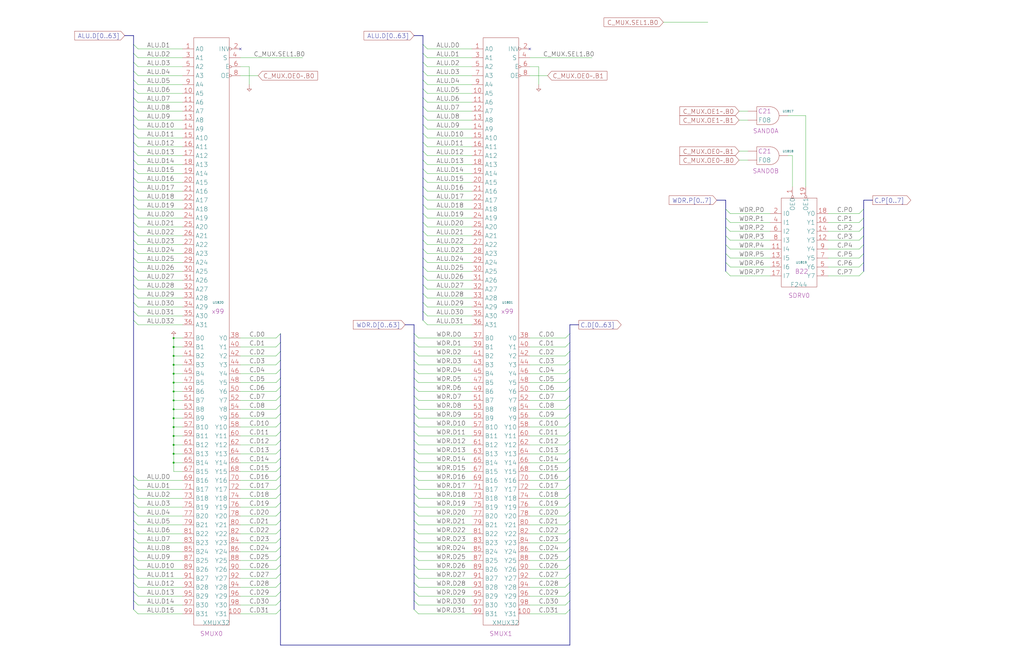
<source format=kicad_sch>
(kicad_sch (version 20220126) (generator eeschema)
  (paper "User" 584.2 378.46)
  (title_block (title "SHIFT MUX\\nMOST SIGNIFICANT BITS") (date "22-MAR-90") (rev "1.0") (comment 1 "VALUE") (comment 2 "232-003063") (comment 3 "S400") (comment 4 "RELEASED"))
  (bus (pts (xy 160.02 190.5) (xy 160.02 195.58)))
  (bus (pts (xy 160.02 195.58) (xy 160.02 200.66)))
  (bus (pts (xy 160.02 200.66) (xy 160.02 205.74)))
  (bus (pts (xy 160.02 205.74) (xy 160.02 210.82)))
  (bus (pts (xy 160.02 210.82) (xy 160.02 215.9)))
  (bus (pts (xy 160.02 215.9) (xy 160.02 220.98)))
  (bus (pts (xy 160.02 220.98) (xy 160.02 226.06)))
  (bus (pts (xy 160.02 226.06) (xy 160.02 231.14)))
  (bus (pts (xy 160.02 231.14) (xy 160.02 236.22)))
  (bus (pts (xy 160.02 236.22) (xy 160.02 241.3)))
  (bus (pts (xy 160.02 241.3) (xy 160.02 246.38)))
  (bus (pts (xy 160.02 246.38) (xy 160.02 251.46)))
  (bus (pts (xy 160.02 251.46) (xy 160.02 256.54)))
  (bus (pts (xy 160.02 256.54) (xy 160.02 261.62)))
  (bus (pts (xy 160.02 261.62) (xy 160.02 266.7)))
  (bus (pts (xy 160.02 266.7) (xy 160.02 271.78)))
  (bus (pts (xy 160.02 271.78) (xy 160.02 276.86)))
  (bus (pts (xy 160.02 276.86) (xy 160.02 281.94)))
  (bus (pts (xy 160.02 281.94) (xy 160.02 287.02)))
  (bus (pts (xy 160.02 287.02) (xy 160.02 292.1)))
  (bus (pts (xy 160.02 292.1) (xy 160.02 297.18)))
  (bus (pts (xy 160.02 297.18) (xy 160.02 302.26)))
  (bus (pts (xy 160.02 302.26) (xy 160.02 307.34)))
  (bus (pts (xy 160.02 307.34) (xy 160.02 312.42)))
  (bus (pts (xy 160.02 312.42) (xy 160.02 317.5)))
  (bus (pts (xy 160.02 317.5) (xy 160.02 322.58)))
  (bus (pts (xy 160.02 322.58) (xy 160.02 327.66)))
  (bus (pts (xy 160.02 327.66) (xy 160.02 332.74)))
  (bus (pts (xy 160.02 332.74) (xy 160.02 337.82)))
  (bus (pts (xy 160.02 337.82) (xy 160.02 342.9)))
  (bus (pts (xy 160.02 342.9) (xy 160.02 347.98)))
  (bus (pts (xy 160.02 347.98) (xy 160.02 368.3)))
  (bus (pts (xy 160.02 368.3) (xy 325.12 368.3)))
  (bus (pts (xy 231.14 185.42) (xy 236.22 185.42)))
  (bus (pts (xy 236.22 185.42) (xy 236.22 190.5)))
  (bus (pts (xy 236.22 190.5) (xy 236.22 195.58)))
  (bus (pts (xy 236.22 195.58) (xy 236.22 200.66)))
  (bus (pts (xy 236.22 20.32) (xy 241.3 20.32)))
  (bus (pts (xy 236.22 200.66) (xy 236.22 205.74)))
  (bus (pts (xy 236.22 205.74) (xy 236.22 210.82)))
  (bus (pts (xy 236.22 210.82) (xy 236.22 215.9)))
  (bus (pts (xy 236.22 215.9) (xy 236.22 220.98)))
  (bus (pts (xy 236.22 220.98) (xy 236.22 226.06)))
  (bus (pts (xy 236.22 226.06) (xy 236.22 231.14)))
  (bus (pts (xy 236.22 231.14) (xy 236.22 236.22)))
  (bus (pts (xy 236.22 236.22) (xy 236.22 241.3)))
  (bus (pts (xy 236.22 241.3) (xy 236.22 246.38)))
  (bus (pts (xy 236.22 246.38) (xy 236.22 251.46)))
  (bus (pts (xy 236.22 251.46) (xy 236.22 256.54)))
  (bus (pts (xy 236.22 256.54) (xy 236.22 261.62)))
  (bus (pts (xy 236.22 261.62) (xy 236.22 266.7)))
  (bus (pts (xy 236.22 266.7) (xy 236.22 271.78)))
  (bus (pts (xy 236.22 271.78) (xy 236.22 276.86)))
  (bus (pts (xy 236.22 276.86) (xy 236.22 281.94)))
  (bus (pts (xy 236.22 281.94) (xy 236.22 287.02)))
  (bus (pts (xy 236.22 287.02) (xy 236.22 292.1)))
  (bus (pts (xy 236.22 292.1) (xy 236.22 297.18)))
  (bus (pts (xy 236.22 297.18) (xy 236.22 302.26)))
  (bus (pts (xy 236.22 302.26) (xy 236.22 307.34)))
  (bus (pts (xy 236.22 307.34) (xy 236.22 312.42)))
  (bus (pts (xy 236.22 312.42) (xy 236.22 317.5)))
  (bus (pts (xy 236.22 317.5) (xy 236.22 322.58)))
  (bus (pts (xy 236.22 322.58) (xy 236.22 327.66)))
  (bus (pts (xy 236.22 327.66) (xy 236.22 332.74)))
  (bus (pts (xy 236.22 332.74) (xy 236.22 337.82)))
  (bus (pts (xy 236.22 337.82) (xy 236.22 342.9)))
  (bus (pts (xy 236.22 342.9) (xy 236.22 347.98)))
  (bus (pts (xy 241.3 101.6) (xy 241.3 106.68)))
  (bus (pts (xy 241.3 106.68) (xy 241.3 111.76)))
  (bus (pts (xy 241.3 111.76) (xy 241.3 116.84)))
  (bus (pts (xy 241.3 116.84) (xy 241.3 121.92)))
  (bus (pts (xy 241.3 121.92) (xy 241.3 127)))
  (bus (pts (xy 241.3 127) (xy 241.3 132.08)))
  (bus (pts (xy 241.3 132.08) (xy 241.3 137.16)))
  (bus (pts (xy 241.3 137.16) (xy 241.3 142.24)))
  (bus (pts (xy 241.3 142.24) (xy 241.3 147.32)))
  (bus (pts (xy 241.3 147.32) (xy 241.3 152.4)))
  (bus (pts (xy 241.3 152.4) (xy 241.3 157.48)))
  (bus (pts (xy 241.3 157.48) (xy 241.3 162.56)))
  (bus (pts (xy 241.3 162.56) (xy 241.3 167.64)))
  (bus (pts (xy 241.3 167.64) (xy 241.3 172.72)))
  (bus (pts (xy 241.3 172.72) (xy 241.3 177.8)))
  (bus (pts (xy 241.3 177.8) (xy 241.3 182.88)))
  (bus (pts (xy 241.3 20.32) (xy 241.3 25.4)))
  (bus (pts (xy 241.3 25.4) (xy 241.3 30.48)))
  (bus (pts (xy 241.3 30.48) (xy 241.3 35.56)))
  (bus (pts (xy 241.3 35.56) (xy 241.3 40.64)))
  (bus (pts (xy 241.3 40.64) (xy 241.3 45.72)))
  (bus (pts (xy 241.3 45.72) (xy 241.3 50.8)))
  (bus (pts (xy 241.3 50.8) (xy 241.3 55.88)))
  (bus (pts (xy 241.3 55.88) (xy 241.3 60.96)))
  (bus (pts (xy 241.3 60.96) (xy 241.3 66.04)))
  (bus (pts (xy 241.3 66.04) (xy 241.3 71.12)))
  (bus (pts (xy 241.3 71.12) (xy 241.3 76.2)))
  (bus (pts (xy 241.3 76.2) (xy 241.3 81.28)))
  (bus (pts (xy 241.3 81.28) (xy 241.3 86.36)))
  (bus (pts (xy 241.3 86.36) (xy 241.3 91.44)))
  (bus (pts (xy 241.3 91.44) (xy 241.3 96.52)))
  (bus (pts (xy 241.3 96.52) (xy 241.3 101.6)))
  (bus (pts (xy 325.12 185.42) (xy 325.12 190.5)))
  (bus (pts (xy 325.12 190.5) (xy 325.12 195.58)))
  (bus (pts (xy 325.12 195.58) (xy 325.12 200.66)))
  (bus (pts (xy 325.12 200.66) (xy 325.12 205.74)))
  (bus (pts (xy 325.12 205.74) (xy 325.12 210.82)))
  (bus (pts (xy 325.12 210.82) (xy 325.12 215.9)))
  (bus (pts (xy 325.12 215.9) (xy 325.12 220.98)))
  (bus (pts (xy 325.12 220.98) (xy 325.12 226.06)))
  (bus (pts (xy 325.12 226.06) (xy 325.12 231.14)))
  (bus (pts (xy 325.12 231.14) (xy 325.12 236.22)))
  (bus (pts (xy 325.12 236.22) (xy 325.12 241.3)))
  (bus (pts (xy 325.12 241.3) (xy 325.12 246.38)))
  (bus (pts (xy 325.12 246.38) (xy 325.12 251.46)))
  (bus (pts (xy 325.12 251.46) (xy 325.12 256.54)))
  (bus (pts (xy 325.12 256.54) (xy 325.12 261.62)))
  (bus (pts (xy 325.12 261.62) (xy 325.12 266.7)))
  (bus (pts (xy 325.12 266.7) (xy 325.12 271.78)))
  (bus (pts (xy 325.12 271.78) (xy 325.12 276.86)))
  (bus (pts (xy 325.12 276.86) (xy 325.12 281.94)))
  (bus (pts (xy 325.12 281.94) (xy 325.12 287.02)))
  (bus (pts (xy 325.12 287.02) (xy 325.12 292.1)))
  (bus (pts (xy 325.12 292.1) (xy 325.12 297.18)))
  (bus (pts (xy 325.12 297.18) (xy 325.12 302.26)))
  (bus (pts (xy 325.12 302.26) (xy 325.12 307.34)))
  (bus (pts (xy 325.12 307.34) (xy 325.12 312.42)))
  (bus (pts (xy 325.12 312.42) (xy 325.12 317.5)))
  (bus (pts (xy 325.12 317.5) (xy 325.12 322.58)))
  (bus (pts (xy 325.12 322.58) (xy 325.12 327.66)))
  (bus (pts (xy 325.12 327.66) (xy 325.12 332.74)))
  (bus (pts (xy 325.12 332.74) (xy 325.12 337.82)))
  (bus (pts (xy 325.12 337.82) (xy 325.12 342.9)))
  (bus (pts (xy 325.12 342.9) (xy 325.12 347.98)))
  (bus (pts (xy 325.12 347.98) (xy 325.12 368.3)))
  (bus (pts (xy 330.2 185.42) (xy 325.12 185.42)))
  (bus (pts (xy 408.94 114.3) (xy 414.02 114.3)))
  (bus (pts (xy 414.02 114.3) (xy 414.02 119.38)))
  (bus (pts (xy 414.02 119.38) (xy 414.02 124.46)))
  (bus (pts (xy 414.02 124.46) (xy 414.02 129.54)))
  (bus (pts (xy 414.02 129.54) (xy 414.02 134.62)))
  (bus (pts (xy 414.02 134.62) (xy 414.02 139.7)))
  (bus (pts (xy 414.02 139.7) (xy 414.02 144.78)))
  (bus (pts (xy 414.02 144.78) (xy 414.02 149.86)))
  (bus (pts (xy 414.02 149.86) (xy 414.02 154.94)))
  (bus (pts (xy 492.76 114.3) (xy 492.76 119.38)))
  (bus (pts (xy 492.76 114.3) (xy 497.84 114.3)))
  (bus (pts (xy 492.76 119.38) (xy 492.76 124.46)))
  (bus (pts (xy 492.76 124.46) (xy 492.76 129.54)))
  (bus (pts (xy 492.76 129.54) (xy 492.76 134.62)))
  (bus (pts (xy 492.76 134.62) (xy 492.76 139.7)))
  (bus (pts (xy 492.76 139.7) (xy 492.76 144.78)))
  (bus (pts (xy 492.76 144.78) (xy 492.76 149.86)))
  (bus (pts (xy 492.76 149.86) (xy 492.76 154.94)))
  (bus (pts (xy 71.12 20.32) (xy 76.2 20.32)))
  (bus (pts (xy 76.2 101.6) (xy 76.2 106.68)))
  (bus (pts (xy 76.2 106.68) (xy 76.2 111.76)))
  (bus (pts (xy 76.2 111.76) (xy 76.2 116.84)))
  (bus (pts (xy 76.2 116.84) (xy 76.2 121.92)))
  (bus (pts (xy 76.2 121.92) (xy 76.2 127)))
  (bus (pts (xy 76.2 127) (xy 76.2 132.08)))
  (bus (pts (xy 76.2 132.08) (xy 76.2 137.16)))
  (bus (pts (xy 76.2 137.16) (xy 76.2 142.24)))
  (bus (pts (xy 76.2 142.24) (xy 76.2 147.32)))
  (bus (pts (xy 76.2 147.32) (xy 76.2 152.4)))
  (bus (pts (xy 76.2 152.4) (xy 76.2 157.48)))
  (bus (pts (xy 76.2 157.48) (xy 76.2 162.56)))
  (bus (pts (xy 76.2 162.56) (xy 76.2 167.64)))
  (bus (pts (xy 76.2 167.64) (xy 76.2 172.72)))
  (bus (pts (xy 76.2 172.72) (xy 76.2 177.8)))
  (bus (pts (xy 76.2 177.8) (xy 76.2 182.88)))
  (bus (pts (xy 76.2 182.88) (xy 76.2 271.78)))
  (bus (pts (xy 76.2 20.32) (xy 76.2 25.4)))
  (bus (pts (xy 76.2 25.4) (xy 76.2 30.48)))
  (bus (pts (xy 76.2 271.78) (xy 76.2 276.86)))
  (bus (pts (xy 76.2 276.86) (xy 76.2 281.94)))
  (bus (pts (xy 76.2 281.94) (xy 76.2 287.02)))
  (bus (pts (xy 76.2 287.02) (xy 76.2 292.1)))
  (bus (pts (xy 76.2 292.1) (xy 76.2 297.18)))
  (bus (pts (xy 76.2 297.18) (xy 76.2 302.26)))
  (bus (pts (xy 76.2 30.48) (xy 76.2 35.56)))
  (bus (pts (xy 76.2 302.26) (xy 76.2 307.34)))
  (bus (pts (xy 76.2 307.34) (xy 76.2 312.42)))
  (bus (pts (xy 76.2 312.42) (xy 76.2 317.5)))
  (bus (pts (xy 76.2 317.5) (xy 76.2 322.58)))
  (bus (pts (xy 76.2 322.58) (xy 76.2 327.66)))
  (bus (pts (xy 76.2 327.66) (xy 76.2 332.74)))
  (bus (pts (xy 76.2 332.74) (xy 76.2 337.82)))
  (bus (pts (xy 76.2 337.82) (xy 76.2 342.9)))
  (bus (pts (xy 76.2 342.9) (xy 76.2 347.98)))
  (bus (pts (xy 76.2 35.56) (xy 76.2 40.64)))
  (bus (pts (xy 76.2 40.64) (xy 76.2 45.72)))
  (bus (pts (xy 76.2 45.72) (xy 76.2 50.8)))
  (bus (pts (xy 76.2 50.8) (xy 76.2 55.88)))
  (bus (pts (xy 76.2 55.88) (xy 76.2 60.96)))
  (bus (pts (xy 76.2 60.96) (xy 76.2 66.04)))
  (bus (pts (xy 76.2 66.04) (xy 76.2 71.12)))
  (bus (pts (xy 76.2 71.12) (xy 76.2 76.2)))
  (bus (pts (xy 76.2 76.2) (xy 76.2 81.28)))
  (bus (pts (xy 76.2 81.28) (xy 76.2 86.36)))
  (bus (pts (xy 76.2 86.36) (xy 76.2 91.44)))
  (bus (pts (xy 76.2 91.44) (xy 76.2 96.52)))
  (bus (pts (xy 76.2 96.52) (xy 76.2 101.6)))
  (wire (pts (xy 104.14 208.28) (xy 99.06 208.28)))
  (wire (pts (xy 104.14 228.6) (xy 99.06 228.6)))
  (wire (pts (xy 104.14 248.92) (xy 99.06 248.92)))
  (wire (pts (xy 104.14 269.24) (xy 99.06 269.24)))
  (wire (pts (xy 137.16 193.04) (xy 157.48 193.04)))
  (wire (pts (xy 137.16 198.12) (xy 157.48 198.12)))
  (wire (pts (xy 137.16 203.2) (xy 157.48 203.2)))
  (wire (pts (xy 137.16 208.28) (xy 157.48 208.28)))
  (wire (pts (xy 137.16 213.36) (xy 157.48 213.36)))
  (wire (pts (xy 137.16 218.44) (xy 157.48 218.44)))
  (wire (pts (xy 137.16 223.52) (xy 157.48 223.52)))
  (wire (pts (xy 137.16 228.6) (xy 157.48 228.6)))
  (wire (pts (xy 137.16 233.68) (xy 157.48 233.68)))
  (wire (pts (xy 137.16 238.76) (xy 157.48 238.76)))
  (wire (pts (xy 137.16 243.84) (xy 157.48 243.84)))
  (wire (pts (xy 137.16 248.92) (xy 157.48 248.92)))
  (wire (pts (xy 137.16 254) (xy 157.48 254)))
  (wire (pts (xy 137.16 259.08) (xy 157.48 259.08)))
  (wire (pts (xy 137.16 264.16) (xy 157.48 264.16)))
  (wire (pts (xy 137.16 269.24) (xy 157.48 269.24)))
  (wire (pts (xy 137.16 274.32) (xy 157.48 274.32)))
  (wire (pts (xy 137.16 279.4) (xy 157.48 279.4)))
  (wire (pts (xy 137.16 284.48) (xy 157.48 284.48)))
  (wire (pts (xy 137.16 289.56) (xy 157.48 289.56)))
  (wire (pts (xy 137.16 294.64) (xy 157.48 294.64)))
  (wire (pts (xy 137.16 299.72) (xy 157.48 299.72)))
  (wire (pts (xy 137.16 304.8) (xy 157.48 304.8)))
  (wire (pts (xy 137.16 309.88) (xy 157.48 309.88)))
  (wire (pts (xy 137.16 314.96) (xy 157.48 314.96)))
  (wire (pts (xy 137.16 320.04) (xy 157.48 320.04)))
  (wire (pts (xy 137.16 325.12) (xy 157.48 325.12)))
  (wire (pts (xy 137.16 33.02) (xy 172.72 33.02)))
  (wire (pts (xy 137.16 330.2) (xy 157.48 330.2)))
  (wire (pts (xy 137.16 335.28) (xy 157.48 335.28)))
  (wire (pts (xy 137.16 340.36) (xy 157.48 340.36)))
  (wire (pts (xy 137.16 345.44) (xy 157.48 345.44)))
  (wire (pts (xy 137.16 350.52) (xy 157.48 350.52)))
  (wire (pts (xy 137.16 43.18) (xy 147.32 43.18)))
  (wire (pts (xy 142.24 38.1) (xy 137.16 38.1)))
  (wire (pts (xy 142.24 48.26) (xy 142.24 38.1)))
  (wire (pts (xy 238.76 193.04) (xy 269.24 193.04)))
  (wire (pts (xy 238.76 198.12) (xy 269.24 198.12)))
  (wire (pts (xy 238.76 203.2) (xy 269.24 203.2)))
  (wire (pts (xy 238.76 208.28) (xy 269.24 208.28)))
  (wire (pts (xy 238.76 213.36) (xy 269.24 213.36)))
  (wire (pts (xy 238.76 218.44) (xy 269.24 218.44)))
  (wire (pts (xy 238.76 223.52) (xy 269.24 223.52)))
  (wire (pts (xy 238.76 228.6) (xy 269.24 228.6)))
  (wire (pts (xy 238.76 233.68) (xy 269.24 233.68)))
  (wire (pts (xy 238.76 238.76) (xy 269.24 238.76)))
  (wire (pts (xy 238.76 243.84) (xy 269.24 243.84)))
  (wire (pts (xy 238.76 248.92) (xy 269.24 248.92)))
  (wire (pts (xy 238.76 254) (xy 269.24 254)))
  (wire (pts (xy 238.76 259.08) (xy 269.24 259.08)))
  (wire (pts (xy 238.76 264.16) (xy 269.24 264.16)))
  (wire (pts (xy 238.76 269.24) (xy 269.24 269.24)))
  (wire (pts (xy 238.76 274.32) (xy 269.24 274.32)))
  (wire (pts (xy 238.76 279.4) (xy 269.24 279.4)))
  (wire (pts (xy 238.76 284.48) (xy 269.24 284.48)))
  (wire (pts (xy 238.76 289.56) (xy 269.24 289.56)))
  (wire (pts (xy 238.76 294.64) (xy 269.24 294.64)))
  (wire (pts (xy 238.76 299.72) (xy 269.24 299.72)))
  (wire (pts (xy 238.76 304.8) (xy 269.24 304.8)))
  (wire (pts (xy 238.76 309.88) (xy 269.24 309.88)))
  (wire (pts (xy 238.76 314.96) (xy 269.24 314.96)))
  (wire (pts (xy 238.76 320.04) (xy 269.24 320.04)))
  (wire (pts (xy 238.76 325.12) (xy 269.24 325.12)))
  (wire (pts (xy 238.76 330.2) (xy 269.24 330.2)))
  (wire (pts (xy 238.76 335.28) (xy 269.24 335.28)))
  (wire (pts (xy 238.76 340.36) (xy 269.24 340.36)))
  (wire (pts (xy 238.76 345.44) (xy 269.24 345.44)))
  (wire (pts (xy 238.76 350.52) (xy 269.24 350.52)))
  (wire (pts (xy 243.84 104.14) (xy 269.24 104.14)))
  (wire (pts (xy 243.84 109.22) (xy 269.24 109.22)))
  (wire (pts (xy 243.84 114.3) (xy 269.24 114.3)))
  (wire (pts (xy 243.84 119.38) (xy 269.24 119.38)))
  (wire (pts (xy 243.84 124.46) (xy 269.24 124.46)))
  (wire (pts (xy 243.84 129.54) (xy 269.24 129.54)))
  (wire (pts (xy 243.84 134.62) (xy 269.24 134.62)))
  (wire (pts (xy 243.84 139.7) (xy 269.24 139.7)))
  (wire (pts (xy 243.84 144.78) (xy 269.24 144.78)))
  (wire (pts (xy 243.84 149.86) (xy 269.24 149.86)))
  (wire (pts (xy 243.84 154.94) (xy 269.24 154.94)))
  (wire (pts (xy 243.84 160.02) (xy 269.24 160.02)))
  (wire (pts (xy 243.84 165.1) (xy 269.24 165.1)))
  (wire (pts (xy 243.84 170.18) (xy 269.24 170.18)))
  (wire (pts (xy 243.84 175.26) (xy 269.24 175.26)))
  (wire (pts (xy 243.84 180.34) (xy 269.24 180.34)))
  (wire (pts (xy 243.84 185.42) (xy 269.24 185.42)))
  (wire (pts (xy 243.84 27.94) (xy 269.24 27.94)))
  (wire (pts (xy 243.84 33.02) (xy 269.24 33.02)))
  (wire (pts (xy 243.84 38.1) (xy 269.24 38.1)))
  (wire (pts (xy 243.84 43.18) (xy 269.24 43.18)))
  (wire (pts (xy 243.84 48.26) (xy 269.24 48.26)))
  (wire (pts (xy 243.84 53.34) (xy 269.24 53.34)))
  (wire (pts (xy 243.84 58.42) (xy 269.24 58.42)))
  (wire (pts (xy 243.84 63.5) (xy 269.24 63.5)))
  (wire (pts (xy 243.84 68.58) (xy 269.24 68.58)))
  (wire (pts (xy 243.84 73.66) (xy 269.24 73.66)))
  (wire (pts (xy 243.84 78.74) (xy 269.24 78.74)))
  (wire (pts (xy 243.84 83.82) (xy 269.24 83.82)))
  (wire (pts (xy 243.84 88.9) (xy 269.24 88.9)))
  (wire (pts (xy 243.84 93.98) (xy 269.24 93.98)))
  (wire (pts (xy 243.84 99.06) (xy 269.24 99.06)))
  (wire (pts (xy 302.26 193.04) (xy 322.58 193.04)))
  (wire (pts (xy 302.26 198.12) (xy 322.58 198.12)))
  (wire (pts (xy 302.26 203.2) (xy 322.58 203.2)))
  (wire (pts (xy 302.26 208.28) (xy 322.58 208.28)))
  (wire (pts (xy 302.26 213.36) (xy 322.58 213.36)))
  (wire (pts (xy 302.26 218.44) (xy 322.58 218.44)))
  (wire (pts (xy 302.26 223.52) (xy 322.58 223.52)))
  (wire (pts (xy 302.26 228.6) (xy 322.58 228.6)))
  (wire (pts (xy 302.26 233.68) (xy 322.58 233.68)))
  (wire (pts (xy 302.26 238.76) (xy 322.58 238.76)))
  (wire (pts (xy 302.26 243.84) (xy 322.58 243.84)))
  (wire (pts (xy 302.26 248.92) (xy 322.58 248.92)))
  (wire (pts (xy 302.26 254) (xy 322.58 254)))
  (wire (pts (xy 302.26 259.08) (xy 322.58 259.08)))
  (wire (pts (xy 302.26 264.16) (xy 322.58 264.16)))
  (wire (pts (xy 302.26 269.24) (xy 322.58 269.24)))
  (wire (pts (xy 302.26 274.32) (xy 322.58 274.32)))
  (wire (pts (xy 302.26 279.4) (xy 322.58 279.4)))
  (wire (pts (xy 302.26 284.48) (xy 322.58 284.48)))
  (wire (pts (xy 302.26 289.56) (xy 322.58 289.56)))
  (wire (pts (xy 302.26 294.64) (xy 322.58 294.64)))
  (wire (pts (xy 302.26 299.72) (xy 322.58 299.72)))
  (wire (pts (xy 302.26 304.8) (xy 322.58 304.8)))
  (wire (pts (xy 302.26 309.88) (xy 322.58 309.88)))
  (wire (pts (xy 302.26 314.96) (xy 322.58 314.96)))
  (wire (pts (xy 302.26 320.04) (xy 322.58 320.04)))
  (wire (pts (xy 302.26 325.12) (xy 322.58 325.12)))
  (wire (pts (xy 302.26 33.02) (xy 337.82 33.02)))
  (wire (pts (xy 302.26 330.2) (xy 322.58 330.2)))
  (wire (pts (xy 302.26 335.28) (xy 322.58 335.28)))
  (wire (pts (xy 302.26 340.36) (xy 322.58 340.36)))
  (wire (pts (xy 302.26 345.44) (xy 322.58 345.44)))
  (wire (pts (xy 302.26 350.52) (xy 322.58 350.52)))
  (wire (pts (xy 302.26 43.18) (xy 312.42 43.18)))
  (wire (pts (xy 307.34 38.1) (xy 302.26 38.1)))
  (wire (pts (xy 307.34 48.26) (xy 307.34 38.1)))
  (wire (pts (xy 378.46 12.7) (xy 403.86 12.7)))
  (wire (pts (xy 416.56 121.92) (xy 439.42 121.92)))
  (wire (pts (xy 416.56 127) (xy 439.42 127)))
  (wire (pts (xy 416.56 132.08) (xy 439.42 132.08)))
  (wire (pts (xy 416.56 137.16) (xy 439.42 137.16)))
  (wire (pts (xy 416.56 142.24) (xy 439.42 142.24)))
  (wire (pts (xy 416.56 147.32) (xy 439.42 147.32)))
  (wire (pts (xy 416.56 152.4) (xy 439.42 152.4)))
  (wire (pts (xy 416.56 157.48) (xy 439.42 157.48)))
  (wire (pts (xy 421.64 63.5) (xy 426.72 63.5)))
  (wire (pts (xy 421.64 68.58) (xy 426.72 68.58)))
  (wire (pts (xy 421.64 86.36) (xy 426.72 86.36)))
  (wire (pts (xy 421.64 91.44) (xy 426.72 91.44)))
  (wire (pts (xy 449.58 66.04) (xy 459.74 66.04)))
  (wire (pts (xy 449.58 88.9) (xy 452.12 88.9)))
  (wire (pts (xy 452.12 88.9) (xy 452.12 106.68)))
  (wire (pts (xy 459.74 66.04) (xy 459.74 106.68)))
  (wire (pts (xy 472.44 121.92) (xy 490.22 121.92)))
  (wire (pts (xy 472.44 127) (xy 490.22 127)))
  (wire (pts (xy 472.44 132.08) (xy 490.22 132.08)))
  (wire (pts (xy 472.44 137.16) (xy 490.22 137.16)))
  (wire (pts (xy 472.44 142.24) (xy 490.22 142.24)))
  (wire (pts (xy 472.44 147.32) (xy 490.22 147.32)))
  (wire (pts (xy 472.44 152.4) (xy 490.22 152.4)))
  (wire (pts (xy 472.44 157.48) (xy 490.22 157.48)))
  (wire (pts (xy 78.74 104.14) (xy 104.14 104.14)))
  (wire (pts (xy 78.74 109.22) (xy 104.14 109.22)))
  (wire (pts (xy 78.74 114.3) (xy 104.14 114.3)))
  (wire (pts (xy 78.74 119.38) (xy 104.14 119.38)))
  (wire (pts (xy 78.74 124.46) (xy 104.14 124.46)))
  (wire (pts (xy 78.74 129.54) (xy 104.14 129.54)))
  (wire (pts (xy 78.74 134.62) (xy 104.14 134.62)))
  (wire (pts (xy 78.74 139.7) (xy 104.14 139.7)))
  (wire (pts (xy 78.74 144.78) (xy 104.14 144.78)))
  (wire (pts (xy 78.74 149.86) (xy 104.14 149.86)))
  (wire (pts (xy 78.74 154.94) (xy 104.14 154.94)))
  (wire (pts (xy 78.74 160.02) (xy 104.14 160.02)))
  (wire (pts (xy 78.74 165.1) (xy 104.14 165.1)))
  (wire (pts (xy 78.74 170.18) (xy 104.14 170.18)))
  (wire (pts (xy 78.74 175.26) (xy 104.14 175.26)))
  (wire (pts (xy 78.74 180.34) (xy 104.14 180.34)))
  (wire (pts (xy 78.74 185.42) (xy 104.14 185.42)))
  (wire (pts (xy 78.74 27.94) (xy 104.14 27.94)))
  (wire (pts (xy 78.74 274.32) (xy 104.14 274.32)))
  (wire (pts (xy 78.74 279.4) (xy 104.14 279.4)))
  (wire (pts (xy 78.74 284.48) (xy 104.14 284.48)))
  (wire (pts (xy 78.74 289.56) (xy 104.14 289.56)))
  (wire (pts (xy 78.74 294.64) (xy 104.14 294.64)))
  (wire (pts (xy 78.74 299.72) (xy 104.14 299.72)))
  (wire (pts (xy 78.74 304.8) (xy 104.14 304.8)))
  (wire (pts (xy 78.74 309.88) (xy 104.14 309.88)))
  (wire (pts (xy 78.74 314.96) (xy 104.14 314.96)))
  (wire (pts (xy 78.74 320.04) (xy 104.14 320.04)))
  (wire (pts (xy 78.74 325.12) (xy 104.14 325.12)))
  (wire (pts (xy 78.74 33.02) (xy 104.14 33.02)))
  (wire (pts (xy 78.74 330.2) (xy 104.14 330.2)))
  (wire (pts (xy 78.74 335.28) (xy 104.14 335.28)))
  (wire (pts (xy 78.74 340.36) (xy 104.14 340.36)))
  (wire (pts (xy 78.74 345.44) (xy 104.14 345.44)))
  (wire (pts (xy 78.74 350.52) (xy 104.14 350.52)))
  (wire (pts (xy 78.74 38.1) (xy 104.14 38.1)))
  (wire (pts (xy 78.74 43.18) (xy 104.14 43.18)))
  (wire (pts (xy 78.74 48.26) (xy 104.14 48.26)))
  (wire (pts (xy 78.74 53.34) (xy 104.14 53.34)))
  (wire (pts (xy 78.74 58.42) (xy 104.14 58.42)))
  (wire (pts (xy 78.74 63.5) (xy 104.14 63.5)))
  (wire (pts (xy 78.74 68.58) (xy 104.14 68.58)))
  (wire (pts (xy 78.74 73.66) (xy 104.14 73.66)))
  (wire (pts (xy 78.74 78.74) (xy 104.14 78.74)))
  (wire (pts (xy 78.74 83.82) (xy 104.14 83.82)))
  (wire (pts (xy 78.74 88.9) (xy 104.14 88.9)))
  (wire (pts (xy 78.74 93.98) (xy 104.14 93.98)))
  (wire (pts (xy 78.74 99.06) (xy 104.14 99.06)))
  (wire (pts (xy 99.06 193.04) (xy 104.14 193.04)))
  (wire (pts (xy 99.06 198.12) (xy 104.14 198.12)))
  (wire (pts (xy 99.06 198.12) (xy 99.06 193.04)))
  (wire (pts (xy 99.06 203.2) (xy 104.14 203.2)))
  (wire (pts (xy 99.06 203.2) (xy 99.06 198.12)))
  (wire (pts (xy 99.06 208.28) (xy 99.06 203.2)))
  (wire (pts (xy 99.06 208.28) (xy 99.06 213.36)))
  (wire (pts (xy 99.06 213.36) (xy 104.14 213.36)))
  (wire (pts (xy 99.06 213.36) (xy 99.06 218.44)))
  (wire (pts (xy 99.06 218.44) (xy 104.14 218.44)))
  (wire (pts (xy 99.06 223.52) (xy 104.14 223.52)))
  (wire (pts (xy 99.06 223.52) (xy 99.06 218.44)))
  (wire (pts (xy 99.06 223.52) (xy 99.06 228.6)))
  (wire (pts (xy 99.06 228.6) (xy 99.06 233.68)))
  (wire (pts (xy 99.06 233.68) (xy 104.14 233.68)))
  (wire (pts (xy 99.06 233.68) (xy 99.06 238.76)))
  (wire (pts (xy 99.06 238.76) (xy 104.14 238.76)))
  (wire (pts (xy 99.06 243.84) (xy 104.14 243.84)))
  (wire (pts (xy 99.06 243.84) (xy 99.06 238.76)))
  (wire (pts (xy 99.06 243.84) (xy 99.06 248.92)))
  (wire (pts (xy 99.06 248.92) (xy 99.06 254)))
  (wire (pts (xy 99.06 254) (xy 104.14 254)))
  (wire (pts (xy 99.06 259.08) (xy 104.14 259.08)))
  (wire (pts (xy 99.06 259.08) (xy 99.06 254)))
  (wire (pts (xy 99.06 264.16) (xy 104.14 264.16)))
  (wire (pts (xy 99.06 264.16) (xy 99.06 259.08)))
  (wire (pts (xy 99.06 269.24) (xy 99.06 264.16)))
  (global_label "ALU.D[0..63]" (shape input) (at 71.12 20.32 180) (effects (font (size 2.54 2.54))) (property "Intersheet References" "${INTERSHEET_REFS}" (at 42.5873 20.1613 0) (effects (font (size 1.905 1.905)) (justify right))))
  (bus_entry (at 76.2 25.4) (size 2.54 2.54))
  (bus_entry (at 76.2 30.48) (size 2.54 2.54))
  (bus_entry (at 76.2 35.56) (size 2.54 2.54))
  (bus_entry (at 76.2 40.64) (size 2.54 2.54))
  (bus_entry (at 76.2 45.72) (size 2.54 2.54))
  (bus_entry (at 76.2 50.8) (size 2.54 2.54))
  (bus_entry (at 76.2 55.88) (size 2.54 2.54))
  (bus_entry (at 76.2 60.96) (size 2.54 2.54))
  (bus_entry (at 76.2 66.04) (size 2.54 2.54))
  (bus_entry (at 76.2 71.12) (size 2.54 2.54))
  (bus_entry (at 76.2 76.2) (size 2.54 2.54))
  (bus_entry (at 76.2 81.28) (size 2.54 2.54))
  (bus_entry (at 76.2 86.36) (size 2.54 2.54))
  (bus_entry (at 76.2 91.44) (size 2.54 2.54))
  (bus_entry (at 76.2 96.52) (size 2.54 2.54))
  (bus_entry (at 76.2 101.6) (size 2.54 2.54))
  (bus_entry (at 76.2 106.68) (size 2.54 2.54))
  (bus_entry (at 76.2 111.76) (size 2.54 2.54))
  (bus_entry (at 76.2 116.84) (size 2.54 2.54))
  (bus_entry (at 76.2 121.92) (size 2.54 2.54))
  (bus_entry (at 76.2 127) (size 2.54 2.54))
  (bus_entry (at 76.2 132.08) (size 2.54 2.54))
  (bus_entry (at 76.2 137.16) (size 2.54 2.54))
  (bus_entry (at 76.2 142.24) (size 2.54 2.54))
  (bus_entry (at 76.2 147.32) (size 2.54 2.54))
  (bus_entry (at 76.2 152.4) (size 2.54 2.54))
  (bus_entry (at 76.2 157.48) (size 2.54 2.54))
  (bus_entry (at 76.2 162.56) (size 2.54 2.54))
  (bus_entry (at 76.2 167.64) (size 2.54 2.54))
  (bus_entry (at 76.2 172.72) (size 2.54 2.54))
  (bus_entry (at 76.2 177.8) (size 2.54 2.54))
  (bus_entry (at 76.2 182.88) (size 2.54 2.54))
  (bus_entry (at 76.2 271.78) (size 2.54 2.54))
  (bus_entry (at 76.2 276.86) (size 2.54 2.54))
  (bus_entry (at 76.2 281.94) (size 2.54 2.54))
  (bus_entry (at 76.2 287.02) (size 2.54 2.54))
  (bus_entry (at 76.2 292.1) (size 2.54 2.54))
  (bus_entry (at 76.2 297.18) (size 2.54 2.54))
  (bus_entry (at 76.2 302.26) (size 2.54 2.54))
  (bus_entry (at 76.2 307.34) (size 2.54 2.54))
  (bus_entry (at 76.2 312.42) (size 2.54 2.54))
  (bus_entry (at 76.2 317.5) (size 2.54 2.54))
  (bus_entry (at 76.2 322.58) (size 2.54 2.54))
  (bus_entry (at 76.2 327.66) (size 2.54 2.54))
  (bus_entry (at 76.2 332.74) (size 2.54 2.54))
  (bus_entry (at 76.2 337.82) (size 2.54 2.54))
  (bus_entry (at 76.2 342.9) (size 2.54 2.54))
  (bus_entry (at 76.2 347.98) (size 2.54 2.54))
  (label "ALU.D1" (at 83.82 27.94 0) (effects (font (size 2.54 2.54))))
  (label "ALU.D2" (at 83.82 33.02 0) (effects (font (size 2.54 2.54))))
  (label "ALU.D3" (at 83.82 38.1 0) (effects (font (size 2.54 2.54))))
  (label "ALU.D4" (at 83.82 43.18 0) (effects (font (size 2.54 2.54))))
  (label "ALU.D5" (at 83.82 48.26 0) (effects (font (size 2.54 2.54))))
  (label "ALU.D6" (at 83.82 53.34 0) (effects (font (size 2.54 2.54))))
  (label "ALU.D7" (at 83.82 58.42 0) (effects (font (size 2.54 2.54))))
  (label "ALU.D8" (at 83.82 63.5 0) (effects (font (size 2.54 2.54))))
  (label "ALU.D9" (at 83.82 68.58 0) (effects (font (size 2.54 2.54))))
  (label "ALU.D10" (at 83.82 73.66 0) (effects (font (size 2.54 2.54))))
  (label "ALU.D11" (at 83.82 78.74 0) (effects (font (size 2.54 2.54))))
  (label "ALU.D12" (at 83.82 83.82 0) (effects (font (size 2.54 2.54))))
  (label "ALU.D13" (at 83.82 88.9 0) (effects (font (size 2.54 2.54))))
  (label "ALU.D14" (at 83.82 93.98 0) (effects (font (size 2.54 2.54))))
  (label "ALU.D15" (at 83.82 99.06 0) (effects (font (size 2.54 2.54))))
  (label "ALU.D16" (at 83.82 104.14 0) (effects (font (size 2.54 2.54))))
  (label "ALU.D17" (at 83.82 109.22 0) (effects (font (size 2.54 2.54))))
  (label "ALU.D18" (at 83.82 114.3 0) (effects (font (size 2.54 2.54))))
  (label "ALU.D19" (at 83.82 119.38 0) (effects (font (size 2.54 2.54))))
  (label "ALU.D20" (at 83.82 124.46 0) (effects (font (size 2.54 2.54))))
  (label "ALU.D21" (at 83.82 129.54 0) (effects (font (size 2.54 2.54))))
  (label "ALU.D22" (at 83.82 134.62 0) (effects (font (size 2.54 2.54))))
  (label "ALU.D23" (at 83.82 139.7 0) (effects (font (size 2.54 2.54))))
  (label "ALU.D24" (at 83.82 144.78 0) (effects (font (size 2.54 2.54))))
  (label "ALU.D25" (at 83.82 149.86 0) (effects (font (size 2.54 2.54))))
  (label "ALU.D26" (at 83.82 154.94 0) (effects (font (size 2.54 2.54))))
  (label "ALU.D27" (at 83.82 160.02 0) (effects (font (size 2.54 2.54))))
  (label "ALU.D28" (at 83.82 165.1 0) (effects (font (size 2.54 2.54))))
  (label "ALU.D29" (at 83.82 170.18 0) (effects (font (size 2.54 2.54))))
  (label "ALU.D30" (at 83.82 175.26 0) (effects (font (size 2.54 2.54))))
  (label "ALU.D31" (at 83.82 180.34 0) (effects (font (size 2.54 2.54))))
  (label "ALU.D32" (at 83.82 185.42 0) (effects (font (size 2.54 2.54))))
  (label "ALU.D0" (at 83.82 274.32 0) (effects (font (size 2.54 2.54))))
  (label "ALU.D1" (at 83.82 279.4 0) (effects (font (size 2.54 2.54))))
  (label "ALU.D2" (at 83.82 284.48 0) (effects (font (size 2.54 2.54))))
  (label "ALU.D3" (at 83.82 289.56 0) (effects (font (size 2.54 2.54))))
  (label "ALU.D4" (at 83.82 294.64 0) (effects (font (size 2.54 2.54))))
  (label "ALU.D5" (at 83.82 299.72 0) (effects (font (size 2.54 2.54))))
  (label "ALU.D6" (at 83.82 304.8 0) (effects (font (size 2.54 2.54))))
  (label "ALU.D7" (at 83.82 309.88 0) (effects (font (size 2.54 2.54))))
  (label "ALU.D8" (at 83.82 314.96 0) (effects (font (size 2.54 2.54))))
  (label "ALU.D9" (at 83.82 320.04 0) (effects (font (size 2.54 2.54))))
  (label "ALU.D10" (at 83.82 325.12 0) (effects (font (size 2.54 2.54))))
  (label "ALU.D11" (at 83.82 330.2 0) (effects (font (size 2.54 2.54))))
  (label "ALU.D12" (at 83.82 335.28 0) (effects (font (size 2.54 2.54))))
  (label "ALU.D13" (at 83.82 340.36 0) (effects (font (size 2.54 2.54))))
  (label "ALU.D14" (at 83.82 345.44 0) (effects (font (size 2.54 2.54))))
  (label "ALU.D15" (at 83.82 350.52 0) (effects (font (size 2.54 2.54))))
  (junction (at 99.06 193.04))
  (symbol (lib_id "r1000:PU") (at 99.06 193.04 0) (unit 1)
    (property "Reference" "#PWR01801" (effects hide))
    (property "Value" "PU" (effects hide))
  )
  (junction (at 99.06 198.12))
  (junction (at 99.06 203.2))
  (junction (at 99.06 208.28))
  (junction (at 99.06 213.36))
  (junction (at 99.06 218.44))
  (junction (at 99.06 223.52))
  (junction (at 99.06 228.6))
  (junction (at 99.06 233.68))
  (junction (at 99.06 238.76))
  (junction (at 99.06 243.84))
  (junction (at 99.06 248.92))
  (junction (at 99.06 254))
  (junction (at 99.06 259.08))
  (junction (at 99.06 264.16))
  (symbol (lib_id "r1000:XMUX32") (at 121.92 177.8 0) (unit 1)
    (property "Reference" "U1820" (at 124.46 172.72 0))
    (property "Value" "XMUX32" (at 115.57 355.6 0) (effects (font (size 2.54 2.54)) (justify left)))
    (property "Location" "x99" (at 120.65 177.8 0) (effects (font (size 2.54 2.54)) (justify left)))
    (property "Name" "SMUX0" (at 120.65 363.22 0) (effects (font (size 2.54 2.54)) (justify bottom)))
  )
  (no_connect (at 137.16 27.94))
  (symbol (lib_id "r1000:PD") (at 142.24 48.26 0) (unit 1) (in_bom no)
    (property "Reference" "#PWR01805" (effects hide))
    (property "Value" "PD" (effects hide))
  )
  (label "C.D0" (at 142.24 193.04 0) (effects (font (size 2.54 2.54))))
  (label "C.D1" (at 142.24 198.12 0) (effects (font (size 2.54 2.54))))
  (label "C.D2" (at 142.24 203.2 0) (effects (font (size 2.54 2.54))))
  (label "C.D3" (at 142.24 208.28 0) (effects (font (size 2.54 2.54))))
  (label "C.D4" (at 142.24 213.36 0) (effects (font (size 2.54 2.54))))
  (label "C.D5" (at 142.24 218.44 0) (effects (font (size 2.54 2.54))))
  (label "C.D6" (at 142.24 223.52 0) (effects (font (size 2.54 2.54))))
  (label "C.D7" (at 142.24 228.6 0) (effects (font (size 2.54 2.54))))
  (label "C.D8" (at 142.24 233.68 0) (effects (font (size 2.54 2.54))))
  (label "C.D9" (at 142.24 238.76 0) (effects (font (size 2.54 2.54))))
  (label "C.D10" (at 142.24 243.84 0) (effects (font (size 2.54 2.54))))
  (label "C.D11" (at 142.24 248.92 0) (effects (font (size 2.54 2.54))))
  (label "C.D12" (at 142.24 254 0) (effects (font (size 2.54 2.54))))
  (label "C.D13" (at 142.24 259.08 0) (effects (font (size 2.54 2.54))))
  (label "C.D14" (at 142.24 264.16 0) (effects (font (size 2.54 2.54))))
  (label "C.D15" (at 142.24 269.24 0) (effects (font (size 2.54 2.54))))
  (label "C.D16" (at 142.24 274.32 0) (effects (font (size 2.54 2.54))))
  (label "C.D17" (at 142.24 279.4 0) (effects (font (size 2.54 2.54))))
  (label "C.D18" (at 142.24 284.48 0) (effects (font (size 2.54 2.54))))
  (label "C.D19" (at 142.24 289.56 0) (effects (font (size 2.54 2.54))))
  (label "C.D20" (at 142.24 294.64 0) (effects (font (size 2.54 2.54))))
  (label "C.D21" (at 142.24 299.72 0) (effects (font (size 2.54 2.54))))
  (label "C.D22" (at 142.24 304.8 0) (effects (font (size 2.54 2.54))))
  (label "C.D23" (at 142.24 309.88 0) (effects (font (size 2.54 2.54))))
  (label "C.D24" (at 142.24 314.96 0) (effects (font (size 2.54 2.54))))
  (label "C.D25" (at 142.24 320.04 0) (effects (font (size 2.54 2.54))))
  (label "C.D26" (at 142.24 325.12 0) (effects (font (size 2.54 2.54))))
  (label "C.D27" (at 142.24 330.2 0) (effects (font (size 2.54 2.54))))
  (label "C.D28" (at 142.24 335.28 0) (effects (font (size 2.54 2.54))))
  (label "C.D29" (at 142.24 340.36 0) (effects (font (size 2.54 2.54))))
  (label "C.D30" (at 142.24 345.44 0) (effects (font (size 2.54 2.54))))
  (label "C.D31" (at 142.24 350.52 0) (effects (font (size 2.54 2.54))))
  (label "C_MUX.SEL1.B0" (at 144.78 33.02 0) (effects (font (size 2.54 2.54))))
  (global_label "C_MUX.OE0~.B0" (shape input) (at 147.32 43.18 0) (effects (font (size 2.54 2.54))) (property "Intersheet References" "${INTERSHEET_REFS}" (at 181.1746 43.0213 0) (effects (font (size 1.905 1.905)) (justify left))))
  (bus_entry (at 160.02 190.5) (size -2.54 2.54))
  (bus_entry (at 160.02 195.58) (size -2.54 2.54))
  (bus_entry (at 160.02 200.66) (size -2.54 2.54))
  (bus_entry (at 160.02 205.74) (size -2.54 2.54))
  (bus_entry (at 160.02 210.82) (size -2.54 2.54))
  (bus_entry (at 160.02 215.9) (size -2.54 2.54))
  (bus_entry (at 160.02 220.98) (size -2.54 2.54))
  (bus_entry (at 160.02 226.06) (size -2.54 2.54))
  (bus_entry (at 160.02 231.14) (size -2.54 2.54))
  (bus_entry (at 160.02 236.22) (size -2.54 2.54))
  (bus_entry (at 160.02 241.3) (size -2.54 2.54))
  (bus_entry (at 160.02 246.38) (size -2.54 2.54))
  (bus_entry (at 160.02 251.46) (size -2.54 2.54))
  (bus_entry (at 160.02 256.54) (size -2.54 2.54))
  (bus_entry (at 160.02 261.62) (size -2.54 2.54))
  (bus_entry (at 160.02 266.7) (size -2.54 2.54))
  (bus_entry (at 160.02 271.78) (size -2.54 2.54))
  (bus_entry (at 160.02 276.86) (size -2.54 2.54))
  (bus_entry (at 160.02 281.94) (size -2.54 2.54))
  (bus_entry (at 160.02 287.02) (size -2.54 2.54))
  (bus_entry (at 160.02 292.1) (size -2.54 2.54))
  (bus_entry (at 160.02 297.18) (size -2.54 2.54))
  (bus_entry (at 160.02 302.26) (size -2.54 2.54))
  (bus_entry (at 160.02 307.34) (size -2.54 2.54))
  (bus_entry (at 160.02 312.42) (size -2.54 2.54))
  (bus_entry (at 160.02 317.5) (size -2.54 2.54))
  (bus_entry (at 160.02 322.58) (size -2.54 2.54))
  (bus_entry (at 160.02 327.66) (size -2.54 2.54))
  (bus_entry (at 160.02 332.74) (size -2.54 2.54))
  (bus_entry (at 160.02 337.82) (size -2.54 2.54))
  (bus_entry (at 160.02 342.9) (size -2.54 2.54))
  (bus_entry (at 160.02 347.98) (size -2.54 2.54))
  (global_label "WDR.D[0..63]" (shape input) (at 231.14 185.42 180) (effects (font (size 2.54 2.54))) (property "Intersheet References" "${INTERSHEET_REFS}" (at 201.5188 185.2613 0) (effects (font (size 1.905 1.905)) (justify right))))
  (global_label "ALU.D[0..63]" (shape input) (at 236.22 20.32 180) (effects (font (size 2.54 2.54))) (property "Intersheet References" "${INTERSHEET_REFS}" (at 207.6873 20.1613 0) (effects (font (size 1.905 1.905)) (justify right))))
  (bus_entry (at 236.22 190.5) (size 2.54 2.54))
  (bus_entry (at 236.22 195.58) (size 2.54 2.54))
  (bus_entry (at 236.22 200.66) (size 2.54 2.54))
  (bus_entry (at 236.22 205.74) (size 2.54 2.54))
  (bus_entry (at 236.22 210.82) (size 2.54 2.54))
  (bus_entry (at 236.22 215.9) (size 2.54 2.54))
  (bus_entry (at 236.22 220.98) (size 2.54 2.54))
  (bus_entry (at 236.22 226.06) (size 2.54 2.54))
  (bus_entry (at 236.22 231.14) (size 2.54 2.54))
  (bus_entry (at 236.22 236.22) (size 2.54 2.54))
  (bus_entry (at 236.22 241.3) (size 2.54 2.54))
  (bus_entry (at 236.22 246.38) (size 2.54 2.54))
  (bus_entry (at 236.22 251.46) (size 2.54 2.54))
  (bus_entry (at 236.22 256.54) (size 2.54 2.54))
  (bus_entry (at 236.22 261.62) (size 2.54 2.54))
  (bus_entry (at 236.22 266.7) (size 2.54 2.54))
  (bus_entry (at 236.22 271.78) (size 2.54 2.54))
  (bus_entry (at 236.22 276.86) (size 2.54 2.54))
  (bus_entry (at 236.22 281.94) (size 2.54 2.54))
  (bus_entry (at 236.22 287.02) (size 2.54 2.54))
  (bus_entry (at 236.22 292.1) (size 2.54 2.54))
  (bus_entry (at 236.22 297.18) (size 2.54 2.54))
  (bus_entry (at 236.22 302.26) (size 2.54 2.54))
  (bus_entry (at 236.22 307.34) (size 2.54 2.54))
  (bus_entry (at 236.22 312.42) (size 2.54 2.54))
  (bus_entry (at 236.22 317.5) (size 2.54 2.54))
  (bus_entry (at 236.22 322.58) (size 2.54 2.54))
  (bus_entry (at 236.22 327.66) (size 2.54 2.54))
  (bus_entry (at 236.22 332.74) (size 2.54 2.54))
  (bus_entry (at 236.22 337.82) (size 2.54 2.54))
  (bus_entry (at 236.22 342.9) (size 2.54 2.54))
  (bus_entry (at 236.22 347.98) (size 2.54 2.54))
  (bus_entry (at 241.3 25.4) (size 2.54 2.54))
  (bus_entry (at 241.3 30.48) (size 2.54 2.54))
  (bus_entry (at 241.3 35.56) (size 2.54 2.54))
  (bus_entry (at 241.3 40.64) (size 2.54 2.54))
  (bus_entry (at 241.3 45.72) (size 2.54 2.54))
  (bus_entry (at 241.3 50.8) (size 2.54 2.54))
  (bus_entry (at 241.3 55.88) (size 2.54 2.54))
  (bus_entry (at 241.3 60.96) (size 2.54 2.54))
  (bus_entry (at 241.3 66.04) (size 2.54 2.54))
  (bus_entry (at 241.3 71.12) (size 2.54 2.54))
  (bus_entry (at 241.3 76.2) (size 2.54 2.54))
  (bus_entry (at 241.3 81.28) (size 2.54 2.54))
  (bus_entry (at 241.3 86.36) (size 2.54 2.54))
  (bus_entry (at 241.3 91.44) (size 2.54 2.54))
  (bus_entry (at 241.3 96.52) (size 2.54 2.54))
  (bus_entry (at 241.3 101.6) (size 2.54 2.54))
  (bus_entry (at 241.3 106.68) (size 2.54 2.54))
  (bus_entry (at 241.3 111.76) (size 2.54 2.54))
  (bus_entry (at 241.3 116.84) (size 2.54 2.54))
  (bus_entry (at 241.3 121.92) (size 2.54 2.54))
  (bus_entry (at 241.3 127) (size 2.54 2.54))
  (bus_entry (at 241.3 132.08) (size 2.54 2.54))
  (bus_entry (at 241.3 137.16) (size 2.54 2.54))
  (bus_entry (at 241.3 142.24) (size 2.54 2.54))
  (bus_entry (at 241.3 147.32) (size 2.54 2.54))
  (bus_entry (at 241.3 152.4) (size 2.54 2.54))
  (bus_entry (at 241.3 157.48) (size 2.54 2.54))
  (bus_entry (at 241.3 162.56) (size 2.54 2.54))
  (bus_entry (at 241.3 167.64) (size 2.54 2.54))
  (bus_entry (at 241.3 172.72) (size 2.54 2.54))
  (bus_entry (at 241.3 177.8) (size 2.54 2.54))
  (bus_entry (at 241.3 182.88) (size 2.54 2.54))
  (label "ALU.D0" (at 248.92 27.94 0) (effects (font (size 2.54 2.54))))
  (label "ALU.D1" (at 248.92 33.02 0) (effects (font (size 2.54 2.54))))
  (label "ALU.D2" (at 248.92 38.1 0) (effects (font (size 2.54 2.54))))
  (label "ALU.D3" (at 248.92 43.18 0) (effects (font (size 2.54 2.54))))
  (label "ALU.D4" (at 248.92 48.26 0) (effects (font (size 2.54 2.54))))
  (label "ALU.D5" (at 248.92 53.34 0) (effects (font (size 2.54 2.54))))
  (label "ALU.D6" (at 248.92 58.42 0) (effects (font (size 2.54 2.54))))
  (label "ALU.D7" (at 248.92 63.5 0) (effects (font (size 2.54 2.54))))
  (label "ALU.D8" (at 248.92 68.58 0) (effects (font (size 2.54 2.54))))
  (label "ALU.D9" (at 248.92 73.66 0) (effects (font (size 2.54 2.54))))
  (label "ALU.D10" (at 248.92 78.74 0) (effects (font (size 2.54 2.54))))
  (label "ALU.D11" (at 248.92 83.82 0) (effects (font (size 2.54 2.54))))
  (label "ALU.D12" (at 248.92 88.9 0) (effects (font (size 2.54 2.54))))
  (label "ALU.D13" (at 248.92 93.98 0) (effects (font (size 2.54 2.54))))
  (label "ALU.D14" (at 248.92 99.06 0) (effects (font (size 2.54 2.54))))
  (label "ALU.D15" (at 248.92 104.14 0) (effects (font (size 2.54 2.54))))
  (label "ALU.D16" (at 248.92 109.22 0) (effects (font (size 2.54 2.54))))
  (label "ALU.D17" (at 248.92 114.3 0) (effects (font (size 2.54 2.54))))
  (label "ALU.D18" (at 248.92 119.38 0) (effects (font (size 2.54 2.54))))
  (label "ALU.D19" (at 248.92 124.46 0) (effects (font (size 2.54 2.54))))
  (label "ALU.D20" (at 248.92 129.54 0) (effects (font (size 2.54 2.54))))
  (label "ALU.D21" (at 248.92 134.62 0) (effects (font (size 2.54 2.54))))
  (label "ALU.D22" (at 248.92 139.7 0) (effects (font (size 2.54 2.54))))
  (label "ALU.D23" (at 248.92 144.78 0) (effects (font (size 2.54 2.54))))
  (label "ALU.D24" (at 248.92 149.86 0) (effects (font (size 2.54 2.54))))
  (label "ALU.D25" (at 248.92 154.94 0) (effects (font (size 2.54 2.54))))
  (label "ALU.D26" (at 248.92 160.02 0) (effects (font (size 2.54 2.54))))
  (label "ALU.D27" (at 248.92 165.1 0) (effects (font (size 2.54 2.54))))
  (label "ALU.D28" (at 248.92 170.18 0) (effects (font (size 2.54 2.54))))
  (label "ALU.D29" (at 248.92 175.26 0) (effects (font (size 2.54 2.54))))
  (label "ALU.D30" (at 248.92 180.34 0) (effects (font (size 2.54 2.54))))
  (label "ALU.D31" (at 248.92 185.42 0) (effects (font (size 2.54 2.54))))
  (label "WDR.D0" (at 248.92 193.04 0) (effects (font (size 2.54 2.54))))
  (label "WDR.D1" (at 248.92 198.12 0) (effects (font (size 2.54 2.54))))
  (label "WDR.D2" (at 248.92 203.2 0) (effects (font (size 2.54 2.54))))
  (label "WDR.D3" (at 248.92 208.28 0) (effects (font (size 2.54 2.54))))
  (label "WDR.D4" (at 248.92 213.36 0) (effects (font (size 2.54 2.54))))
  (label "WDR.D5" (at 248.92 218.44 0) (effects (font (size 2.54 2.54))))
  (label "WDR.D6" (at 248.92 223.52 0) (effects (font (size 2.54 2.54))))
  (label "WDR.D7" (at 248.92 228.6 0) (effects (font (size 2.54 2.54))))
  (label "WDR.D8" (at 248.92 233.68 0) (effects (font (size 2.54 2.54))))
  (label "WDR.D9" (at 248.92 238.76 0) (effects (font (size 2.54 2.54))))
  (label "WDR.D10" (at 248.92 243.84 0) (effects (font (size 2.54 2.54))))
  (label "WDR.D11" (at 248.92 248.92 0) (effects (font (size 2.54 2.54))))
  (label "WDR.D12" (at 248.92 254 0) (effects (font (size 2.54 2.54))))
  (label "WDR.D13" (at 248.92 259.08 0) (effects (font (size 2.54 2.54))))
  (label "WDR.D14" (at 248.92 264.16 0) (effects (font (size 2.54 2.54))))
  (label "WDR.D15" (at 248.92 269.24 0) (effects (font (size 2.54 2.54))))
  (label "WDR.D16" (at 248.92 274.32 0) (effects (font (size 2.54 2.54))))
  (label "WDR.D17" (at 248.92 279.4 0) (effects (font (size 2.54 2.54))))
  (label "WDR.D18" (at 248.92 284.48 0) (effects (font (size 2.54 2.54))))
  (label "WDR.D19" (at 248.92 289.56 0) (effects (font (size 2.54 2.54))))
  (label "WDR.D20" (at 248.92 294.64 0) (effects (font (size 2.54 2.54))))
  (label "WDR.D21" (at 248.92 299.72 0) (effects (font (size 2.54 2.54))))
  (label "WDR.D22" (at 248.92 304.8 0) (effects (font (size 2.54 2.54))))
  (label "WDR.D23" (at 248.92 309.88 0) (effects (font (size 2.54 2.54))))
  (label "WDR.D24" (at 248.92 314.96 0) (effects (font (size 2.54 2.54))))
  (label "WDR.D25" (at 248.92 320.04 0) (effects (font (size 2.54 2.54))))
  (label "WDR.D26" (at 248.92 325.12 0) (effects (font (size 2.54 2.54))))
  (label "WDR.D27" (at 248.92 330.2 0) (effects (font (size 2.54 2.54))))
  (label "WDR.D28" (at 248.92 335.28 0) (effects (font (size 2.54 2.54))))
  (label "WDR.D29" (at 248.92 340.36 0) (effects (font (size 2.54 2.54))))
  (label "WDR.D30" (at 248.92 345.44 0) (effects (font (size 2.54 2.54))))
  (label "WDR.D31" (at 248.92 350.52 0) (effects (font (size 2.54 2.54))))
  (symbol (lib_id "r1000:XMUX32") (at 287.02 177.8 0) (unit 1)
    (property "Reference" "U1801" (at 289.56 172.72 0))
    (property "Value" "XMUX32" (at 280.67 355.6 0) (effects (font (size 2.54 2.54)) (justify left)))
    (property "Location" "x99" (at 285.75 177.8 0) (effects (font (size 2.54 2.54)) (justify left)))
    (property "Name" "SMUX1" (at 285.75 363.22 0) (effects (font (size 2.54 2.54)) (justify bottom)))
  )
  (no_connect (at 302.26 27.94))
  (symbol (lib_id "r1000:PD") (at 307.34 48.26 0) (unit 1) (in_bom no)
    (property "Reference" "#PWR01802" (effects hide))
    (property "Value" "PD" (effects hide))
  )
  (label "C.D0" (at 307.34 193.04 0) (effects (font (size 2.54 2.54))))
  (label "C.D1" (at 307.34 198.12 0) (effects (font (size 2.54 2.54))))
  (label "C.D2" (at 307.34 203.2 0) (effects (font (size 2.54 2.54))))
  (label "C.D3" (at 307.34 208.28 0) (effects (font (size 2.54 2.54))))
  (label "C.D4" (at 307.34 213.36 0) (effects (font (size 2.54 2.54))))
  (label "C.D5" (at 307.34 218.44 0) (effects (font (size 2.54 2.54))))
  (label "C.D6" (at 307.34 223.52 0) (effects (font (size 2.54 2.54))))
  (label "C.D7" (at 307.34 228.6 0) (effects (font (size 2.54 2.54))))
  (label "C.D8" (at 307.34 233.68 0) (effects (font (size 2.54 2.54))))
  (label "C.D9" (at 307.34 238.76 0) (effects (font (size 2.54 2.54))))
  (label "C.D10" (at 307.34 243.84 0) (effects (font (size 2.54 2.54))))
  (label "C.D11" (at 307.34 248.92 0) (effects (font (size 2.54 2.54))))
  (label "C.D12" (at 307.34 254 0) (effects (font (size 2.54 2.54))))
  (label "C.D13" (at 307.34 259.08 0) (effects (font (size 2.54 2.54))))
  (label "C.D14" (at 307.34 264.16 0) (effects (font (size 2.54 2.54))))
  (label "C.D15" (at 307.34 269.24 0) (effects (font (size 2.54 2.54))))
  (label "C.D16" (at 307.34 274.32 0) (effects (font (size 2.54 2.54))))
  (label "C.D17" (at 307.34 279.4 0) (effects (font (size 2.54 2.54))))
  (label "C.D18" (at 307.34 284.48 0) (effects (font (size 2.54 2.54))))
  (label "C.D19" (at 307.34 289.56 0) (effects (font (size 2.54 2.54))))
  (label "C.D20" (at 307.34 294.64 0) (effects (font (size 2.54 2.54))))
  (label "C.D21" (at 307.34 299.72 0) (effects (font (size 2.54 2.54))))
  (label "C.D22" (at 307.34 304.8 0) (effects (font (size 2.54 2.54))))
  (label "C.D23" (at 307.34 309.88 0) (effects (font (size 2.54 2.54))))
  (label "C.D24" (at 307.34 314.96 0) (effects (font (size 2.54 2.54))))
  (label "C.D25" (at 307.34 320.04 0) (effects (font (size 2.54 2.54))))
  (label "C.D26" (at 307.34 325.12 0) (effects (font (size 2.54 2.54))))
  (label "C.D27" (at 307.34 330.2 0) (effects (font (size 2.54 2.54))))
  (label "C.D28" (at 307.34 335.28 0) (effects (font (size 2.54 2.54))))
  (label "C.D29" (at 307.34 340.36 0) (effects (font (size 2.54 2.54))))
  (label "C.D30" (at 307.34 345.44 0) (effects (font (size 2.54 2.54))))
  (label "C.D31" (at 307.34 350.52 0) (effects (font (size 2.54 2.54))))
  (label "C_MUX.SEL1.B0" (at 309.88 33.02 0) (effects (font (size 2.54 2.54))))
  (global_label "C_MUX.OE0~.B1" (shape input) (at 312.42 43.18 0) (effects (font (size 2.54 2.54))) (property "Intersheet References" "${INTERSHEET_REFS}" (at 346.2746 43.0213 0) (effects (font (size 1.905 1.905)) (justify left))))
  (bus_entry (at 325.12 190.5) (size -2.54 2.54))
  (bus_entry (at 325.12 195.58) (size -2.54 2.54))
  (bus_entry (at 325.12 200.66) (size -2.54 2.54))
  (bus_entry (at 325.12 205.74) (size -2.54 2.54))
  (bus_entry (at 325.12 210.82) (size -2.54 2.54))
  (bus_entry (at 325.12 215.9) (size -2.54 2.54))
  (bus_entry (at 325.12 220.98) (size -2.54 2.54))
  (bus_entry (at 325.12 226.06) (size -2.54 2.54))
  (bus_entry (at 325.12 231.14) (size -2.54 2.54))
  (bus_entry (at 325.12 236.22) (size -2.54 2.54))
  (bus_entry (at 325.12 241.3) (size -2.54 2.54))
  (bus_entry (at 325.12 246.38) (size -2.54 2.54))
  (bus_entry (at 325.12 251.46) (size -2.54 2.54))
  (bus_entry (at 325.12 256.54) (size -2.54 2.54))
  (bus_entry (at 325.12 261.62) (size -2.54 2.54))
  (bus_entry (at 325.12 266.7) (size -2.54 2.54))
  (bus_entry (at 325.12 271.78) (size -2.54 2.54))
  (bus_entry (at 325.12 276.86) (size -2.54 2.54))
  (bus_entry (at 325.12 281.94) (size -2.54 2.54))
  (bus_entry (at 325.12 287.02) (size -2.54 2.54))
  (bus_entry (at 325.12 292.1) (size -2.54 2.54))
  (bus_entry (at 325.12 297.18) (size -2.54 2.54))
  (bus_entry (at 325.12 302.26) (size -2.54 2.54))
  (bus_entry (at 325.12 307.34) (size -2.54 2.54))
  (bus_entry (at 325.12 312.42) (size -2.54 2.54))
  (bus_entry (at 325.12 317.5) (size -2.54 2.54))
  (bus_entry (at 325.12 322.58) (size -2.54 2.54))
  (bus_entry (at 325.12 327.66) (size -2.54 2.54))
  (bus_entry (at 325.12 332.74) (size -2.54 2.54))
  (bus_entry (at 325.12 337.82) (size -2.54 2.54))
  (bus_entry (at 325.12 342.9) (size -2.54 2.54))
  (bus_entry (at 325.12 347.98) (size -2.54 2.54))
  (global_label "C.D[0..63]" (shape output) (at 330.2 185.42 0) (effects (font (size 2.54 2.54))) (property "Intersheet References" "${INTERSHEET_REFS}" (at 354.3784 185.2613 0) (effects (font (size 1.905 1.905)) (justify left))))
  (global_label "C_MUX.SEL1.B0" (shape input) (at 378.46 12.7 180) (effects (font (size 2.54 2.54))) (property "Intersheet References" "${INTERSHEET_REFS}" (at 344.6054 10.0013 0) (effects (font (size 1.905 1.905)) (justify right))))
  (global_label "WDR.P[0..7]" (shape input) (at 408.94 114.3 180) (effects (font (size 2.54 2.54))) (property "Intersheet References" "${INTERSHEET_REFS}" (at 381.7378 114.1413 0) (effects (font (size 1.905 1.905)) (justify right))))
  (bus_entry (at 414.02 119.38) (size 2.54 2.54))
  (bus_entry (at 414.02 124.46) (size 2.54 2.54))
  (bus_entry (at 414.02 129.54) (size 2.54 2.54))
  (bus_entry (at 414.02 134.62) (size 2.54 2.54))
  (bus_entry (at 414.02 139.7) (size 2.54 2.54))
  (bus_entry (at 414.02 144.78) (size 2.54 2.54))
  (bus_entry (at 414.02 149.86) (size 2.54 2.54))
  (bus_entry (at 414.02 154.94) (size 2.54 2.54))
  (global_label "C_MUX.OE1~.B0" (shape input) (at 421.64 63.5 180) (effects (font (size 2.54 2.54))) (property "Intersheet References" "${INTERSHEET_REFS}" (at 387.7854 63.3413 0) (effects (font (size 1.905 1.905)) (justify right))))
  (global_label "C_MUX.OE1~.B1" (shape input) (at 421.64 68.58 180) (effects (font (size 2.54 2.54))) (property "Intersheet References" "${INTERSHEET_REFS}" (at 387.7854 68.4213 0) (effects (font (size 1.905 1.905)) (justify right))))
  (global_label "C_MUX.OE0~.B1" (shape input) (at 421.64 86.36 180) (effects (font (size 2.54 2.54))) (property "Intersheet References" "${INTERSHEET_REFS}" (at 387.7854 86.2013 0) (effects (font (size 1.905 1.905)) (justify right))))
  (global_label "C_MUX.OE0~.B0" (shape input) (at 421.64 91.44 180) (effects (font (size 2.54 2.54))) (property "Intersheet References" "${INTERSHEET_REFS}" (at 387.7854 91.2813 0) (effects (font (size 1.905 1.905)) (justify right))))
  (label "WDR.P0" (at 421.64 121.92 0) (effects (font (size 2.54 2.54))))
  (label "WDR.P1" (at 421.64 127 0) (effects (font (size 2.54 2.54))))
  (label "WDR.P2" (at 421.64 132.08 0) (effects (font (size 2.54 2.54))))
  (label "WDR.P3" (at 421.64 137.16 0) (effects (font (size 2.54 2.54))))
  (label "WDR.P4" (at 421.64 142.24 0) (effects (font (size 2.54 2.54))))
  (label "WDR.P5" (at 421.64 147.32 0) (effects (font (size 2.54 2.54))))
  (label "WDR.P6" (at 421.64 152.4 0) (effects (font (size 2.54 2.54))))
  (label "WDR.P7" (at 421.64 157.48 0) (effects (font (size 2.54 2.54))))
  (symbol (lib_id "r1000:F08") (at 434.34 63.5 0) (unit 1)
    (property "Reference" "U1817" (at 449.58 63.5 0))
    (property "Value" "F08" (at 436.245 68.58 0) (effects (font (size 2.54 2.54))))
    (property "Location" "C21" (at 436.245 63.5 0) (effects (font (size 2.54 2.54))))
    (property "Name" "SAND0A" (at 436.88 76.2 0) (effects (font (size 2.54 2.54)) (justify bottom)))
  )
  (symbol (lib_id "r1000:F08") (at 434.34 86.36 0) (unit 1)
    (property "Reference" "U1818" (at 449.58 86.36 0))
    (property "Value" "F08" (at 436.245 91.44 0) (effects (font (size 2.54 2.54))))
    (property "Location" "C21" (at 436.245 86.36 0) (effects (font (size 2.54 2.54))))
    (property "Name" "SAND0B" (at 436.88 99.06 0) (effects (font (size 2.54 2.54)) (justify bottom)))
  )
  (symbol (lib_id "r1000:F244") (at 454.66 154.94 0) (unit 1)
    (property "Reference" "U1819" (at 457.2 149.86 0))
    (property "Value" "F244" (at 450.85 162.56 0) (effects (font (size 2.54 2.54)) (justify left)))
    (property "Location" "B22" (at 453.39 154.94 0) (effects (font (size 2.54 2.54)) (justify left)))
    (property "Name" "SDRV0" (at 455.93 170.18 0) (effects (font (size 2.54 2.54)) (justify bottom)))
  )
  (label "C.P0" (at 477.52 121.92 0) (effects (font (size 2.54 2.54))))
  (label "C.P1" (at 477.52 127 0) (effects (font (size 2.54 2.54))))
  (label "C.P2" (at 477.52 132.08 0) (effects (font (size 2.54 2.54))))
  (label "C.P3" (at 477.52 137.16 0) (effects (font (size 2.54 2.54))))
  (label "C.P4" (at 477.52 142.24 0) (effects (font (size 2.54 2.54))))
  (label "C.P5" (at 477.52 147.32 0) (effects (font (size 2.54 2.54))))
  (label "C.P6" (at 477.52 152.4 0) (effects (font (size 2.54 2.54))))
  (label "C.P7" (at 477.52 157.48 0) (effects (font (size 2.54 2.54))))
  (bus_entry (at 492.76 119.38) (size -2.54 2.54))
  (bus_entry (at 492.76 124.46) (size -2.54 2.54))
  (bus_entry (at 492.76 129.54) (size -2.54 2.54))
  (bus_entry (at 492.76 134.62) (size -2.54 2.54))
  (bus_entry (at 492.76 139.7) (size -2.54 2.54))
  (bus_entry (at 492.76 144.78) (size -2.54 2.54))
  (bus_entry (at 492.76 149.86) (size -2.54 2.54))
  (bus_entry (at 492.76 154.94) (size -2.54 2.54))
  (global_label "C.P[0..7]" (shape output) (at 497.84 114.3 0) (effects (font (size 2.54 2.54))) (property "Intersheet References" "${INTERSHEET_REFS}" (at 519.5993 114.1413 0) (effects (font (size 1.905 1.905)) (justify left))))
)
</source>
